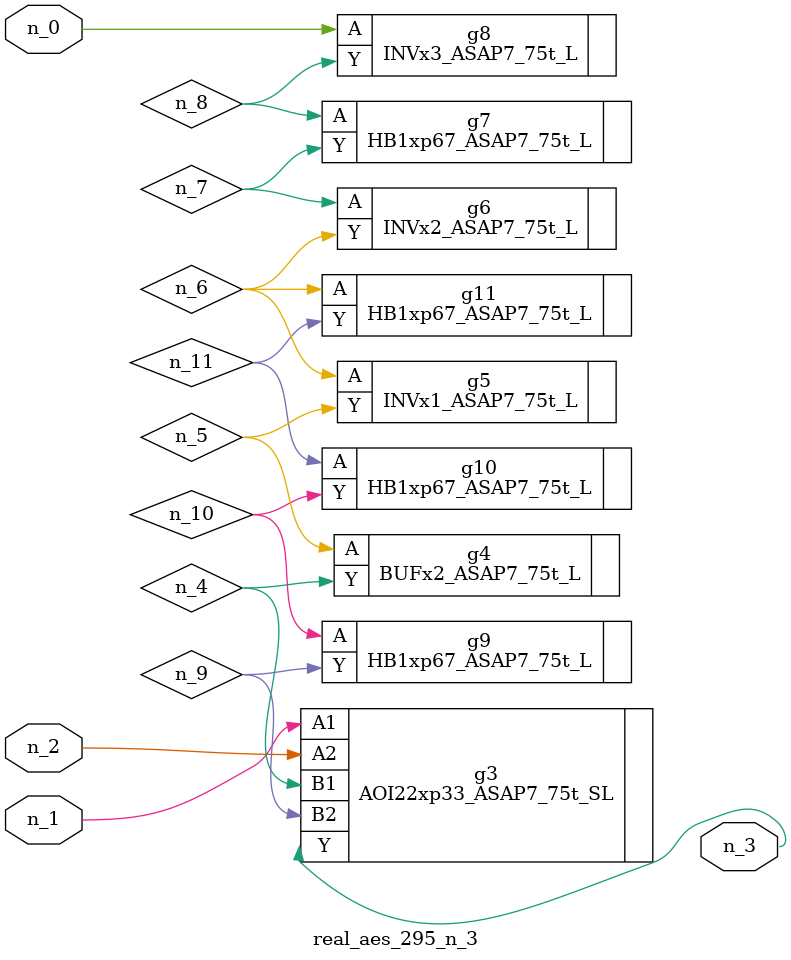
<source format=v>
module real_aes_295_n_3 (n_0, n_2, n_1, n_3);
input n_0;
input n_2;
input n_1;
output n_3;
wire n_4;
wire n_5;
wire n_7;
wire n_9;
wire n_6;
wire n_8;
wire n_10;
wire n_11;
INVx3_ASAP7_75t_L g8 ( .A(n_0), .Y(n_8) );
AOI22xp33_ASAP7_75t_SL g3 ( .A1(n_1), .A2(n_2), .B1(n_4), .B2(n_9), .Y(n_3) );
BUFx2_ASAP7_75t_L g4 ( .A(n_5), .Y(n_4) );
INVx1_ASAP7_75t_L g5 ( .A(n_6), .Y(n_5) );
HB1xp67_ASAP7_75t_L g11 ( .A(n_6), .Y(n_11) );
INVx2_ASAP7_75t_L g6 ( .A(n_7), .Y(n_6) );
HB1xp67_ASAP7_75t_L g7 ( .A(n_8), .Y(n_7) );
HB1xp67_ASAP7_75t_L g9 ( .A(n_10), .Y(n_9) );
HB1xp67_ASAP7_75t_L g10 ( .A(n_11), .Y(n_10) );
endmodule
</source>
